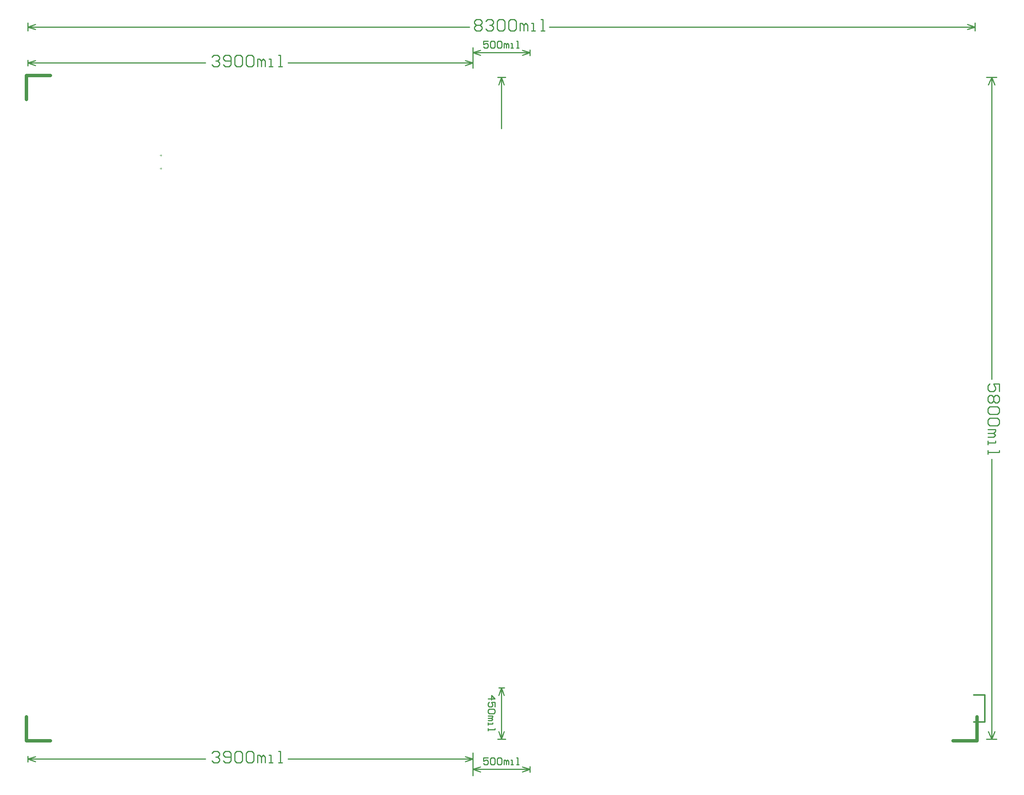
<source format=gm1>
%FSLAX25Y25*%
%MOIN*%
G70*
G01*
G75*
G04 Layer_Color=16711935*
%ADD10R,0.04331X0.05512*%
%ADD11R,0.08071X0.01772*%
%ADD12R,0.08071X0.01772*%
%ADD13R,0.05512X0.04331*%
%ADD14O,0.08000X0.01600*%
%ADD15O,0.01575X0.07480*%
%ADD16R,0.05118X0.03937*%
%ADD17R,0.03937X0.05118*%
%ADD18O,0.07480X0.01575*%
%ADD19R,0.07480X0.07087*%
%ADD20R,0.05315X0.01575*%
%ADD21R,0.06299X0.08268*%
%ADD22R,0.07480X0.07480*%
%ADD23O,0.02559X0.06693*%
%ADD24R,0.04000X0.02600*%
%ADD25R,0.05512X0.03937*%
%ADD26R,0.05906X0.05906*%
%ADD27O,0.07087X0.01575*%
%ADD28R,0.03500X0.05000*%
%ADD29R,0.05000X0.05000*%
%ADD30C,0.03000*%
%ADD31C,0.00700*%
%ADD32C,0.00800*%
%ADD33C,0.01000*%
%ADD34R,0.05906X0.05906*%
%ADD35C,0.05906*%
%ADD36C,0.04724*%
%ADD37R,0.04724X0.04724*%
%ADD38C,0.06000*%
%ADD39C,0.04000*%
%ADD40R,0.04000X0.04000*%
%ADD41R,0.05000X0.05000*%
%ADD42C,0.05000*%
%ADD43R,0.06500X0.06500*%
%ADD44C,0.06500*%
%ADD45C,0.12000*%
%ADD46C,0.14000*%
%ADD47R,0.06000X0.06000*%
%ADD48C,0.06693*%
%ADD49C,0.06299*%
%ADD50R,0.04000X0.04000*%
%ADD51C,0.15748*%
%ADD52R,0.06000X0.06000*%
%ADD53C,0.06200*%
%ADD54R,0.06200X0.06200*%
%ADD55C,0.08400*%
%ADD56C,0.10600*%
%ADD57C,0.12500*%
%ADD58C,0.00984*%
%ADD59C,0.00787*%
%ADD60C,0.01200*%
%ADD61C,0.00600*%
%ADD62R,0.04731X0.05912*%
%ADD63R,0.08471X0.02172*%
%ADD64R,0.08471X0.02172*%
%ADD65R,0.05912X0.04731*%
%ADD66O,0.08400X0.02000*%
%ADD67O,0.01975X0.07880*%
%ADD68R,0.05518X0.04337*%
%ADD69R,0.04337X0.05518*%
%ADD70O,0.07880X0.01975*%
%ADD71R,0.07880X0.07487*%
%ADD72R,0.05715X0.01975*%
%ADD73R,0.06699X0.08668*%
%ADD74R,0.07880X0.07880*%
%ADD75O,0.02959X0.07093*%
%ADD76R,0.04400X0.03000*%
%ADD77R,0.05912X0.04337*%
%ADD78R,0.06306X0.06306*%
%ADD79O,0.07487X0.01975*%
%ADD80R,0.03900X0.05400*%
%ADD81R,0.05400X0.05400*%
%ADD82R,0.06306X0.06306*%
%ADD83C,0.06306*%
%ADD84C,0.05124*%
%ADD85R,0.05124X0.05124*%
%ADD86C,0.06400*%
%ADD87C,0.04400*%
%ADD88R,0.04400X0.04400*%
%ADD89R,0.05400X0.05400*%
%ADD90C,0.05400*%
%ADD91R,0.06900X0.06900*%
%ADD92C,0.06900*%
%ADD93C,0.12400*%
%ADD94C,0.14400*%
%ADD95R,0.06400X0.06400*%
%ADD96C,0.07093*%
%ADD97C,0.06699*%
%ADD98R,0.04400X0.04400*%
%ADD99C,0.16148*%
%ADD100R,0.06400X0.06400*%
%ADD101C,0.06600*%
%ADD102R,0.06600X0.06600*%
%ADD103C,0.08800*%
%ADD104C,0.11000*%
%ADD105C,0.12900*%
%ADD106C,0.00394*%
D30*
X98500Y98500D02*
Y119500D01*
X931500Y98500D02*
Y119500D01*
X98500Y660500D02*
Y681500D01*
Y98500D02*
X119500D01*
X910500D02*
X931500D01*
X98500Y681500D02*
X119500D01*
D33*
X923313Y721771D02*
X930000Y724000D01*
X923313Y726229D02*
X930000Y724000D01*
X100000Y82500D02*
X106687Y84729D01*
X100000Y82500D02*
X106687Y80271D01*
X483313Y84729D02*
X490000Y82500D01*
X483313Y80271D02*
X490000Y82500D01*
Y73500D02*
X496687Y75729D01*
X490000Y73500D02*
X496687Y71271D01*
X533313Y75729D02*
X540000Y73500D01*
X533313Y71271D02*
X540000Y73500D01*
X515000Y145000D02*
X517229Y138313D01*
X512771D02*
X515000Y145000D01*
Y100000D02*
X517229Y106687D01*
X512771D02*
X515000Y100000D01*
X941771Y106687D02*
X944500Y100000D01*
X947229Y106687D01*
X941771Y673313D02*
X944500Y680000D01*
X947229Y673313D01*
X100000Y724000D02*
X106687Y726229D01*
X100000Y724000D02*
X106687Y721771D01*
X100000Y692500D02*
X106687Y694729D01*
X100000Y692500D02*
X106687Y690271D01*
X483313Y694729D02*
X490000Y692500D01*
X483313Y690271D02*
X490000Y692500D01*
Y701500D02*
X496687Y703729D01*
X490000Y701500D02*
X496687Y699271D01*
X533313Y703729D02*
X540000Y701500D01*
X533313Y699271D02*
X540000Y701500D01*
X100000Y80000D02*
Y85000D01*
X540000Y71000D02*
Y76000D01*
X515000Y100340D02*
Y145000D01*
X944500Y100000D02*
Y345161D01*
Y415339D02*
Y680000D01*
X930000Y720500D02*
Y727500D01*
X100000Y720500D02*
Y727500D01*
X490000Y68000D02*
Y88000D01*
X100000Y690000D02*
Y695000D01*
X540000Y699000D02*
Y704000D01*
X490000Y688000D02*
Y706000D01*
X512500Y145000D02*
X517500D01*
X511500Y100000D02*
X518500D01*
X490000Y73500D02*
X540000D01*
X100000Y82500D02*
X255661D01*
X940000Y680000D02*
X949000D01*
X940000Y100000D02*
X949000D01*
X557000Y724000D02*
X930000D01*
X100000D02*
X487000D01*
X327839Y82500D02*
X490000D01*
Y701500D02*
X540000D01*
X100000Y692500D02*
X255661D01*
X327839D02*
X490000D01*
X512771Y673313D02*
X515000Y680000D01*
X517229Y673313D01*
X515000Y635000D02*
Y680000D01*
X511500D02*
X518500D01*
X491161Y728987D02*
X492827Y730653D01*
X496160D01*
X497826Y728987D01*
Y727321D01*
X496160Y725655D01*
X497826Y723989D01*
Y722322D01*
X496160Y720656D01*
X492827D01*
X491161Y722322D01*
Y723989D01*
X492827Y725655D01*
X491161Y727321D01*
Y728987D01*
X492827Y725655D02*
X496160D01*
X501158Y728987D02*
X502824Y730653D01*
X506156D01*
X507823Y728987D01*
Y727321D01*
X506156Y725655D01*
X504490D01*
X506156D01*
X507823Y723989D01*
Y722322D01*
X506156Y720656D01*
X502824D01*
X501158Y722322D01*
X511155Y728987D02*
X512821Y730653D01*
X516153D01*
X517819Y728987D01*
Y722322D01*
X516153Y720656D01*
X512821D01*
X511155Y722322D01*
Y728987D01*
X521152D02*
X522818Y730653D01*
X526150D01*
X527816Y728987D01*
Y722322D01*
X526150Y720656D01*
X522818D01*
X521152Y722322D01*
Y728987D01*
X531148Y720656D02*
Y727321D01*
X532815D01*
X534481Y725655D01*
Y720656D01*
Y725655D01*
X536147Y727321D01*
X537813Y725655D01*
Y720656D01*
X541145D02*
X544477D01*
X542811D01*
Y727321D01*
X541145D01*
X549476Y720656D02*
X552808D01*
X551142D01*
Y730653D01*
X549476D01*
X503156Y135341D02*
X509154D01*
X506155Y138340D01*
Y134341D01*
X509154Y128343D02*
Y132342D01*
X506155D01*
X507155Y130342D01*
Y129342D01*
X506155Y128343D01*
X504156D01*
X503156Y129342D01*
Y131342D01*
X504156Y132342D01*
X508155Y126344D02*
X509154Y125344D01*
Y123345D01*
X508155Y122345D01*
X504156D01*
X503156Y123345D01*
Y125344D01*
X504156Y126344D01*
X508155D01*
X503156Y120345D02*
X507155D01*
Y119346D01*
X506155Y118346D01*
X503156D01*
X506155D01*
X507155Y117346D01*
X506155Y116347D01*
X503156D01*
Y114347D02*
Y112348D01*
Y113348D01*
X507155D01*
Y114347D01*
X503156Y109349D02*
Y107350D01*
Y108349D01*
X509154D01*
Y109349D01*
X503159Y83654D02*
X499160D01*
Y80655D01*
X501160Y81655D01*
X502159D01*
X503159Y80655D01*
Y78656D01*
X502159Y77656D01*
X500160D01*
X499160Y78656D01*
X505158Y82655D02*
X506158Y83654D01*
X508157D01*
X509157Y82655D01*
Y78656D01*
X508157Y77656D01*
X506158D01*
X505158Y78656D01*
Y82655D01*
X511157D02*
X512156Y83654D01*
X514155D01*
X515155Y82655D01*
Y78656D01*
X514155Y77656D01*
X512156D01*
X511157Y78656D01*
Y82655D01*
X517155Y77656D02*
Y81655D01*
X518154D01*
X519154Y80655D01*
Y77656D01*
Y80655D01*
X520154Y81655D01*
X521153Y80655D01*
Y77656D01*
X523153D02*
X525152D01*
X524152D01*
Y81655D01*
X523153D01*
X528151Y77656D02*
X530150D01*
X529151D01*
Y83654D01*
X528151D01*
X261161Y87487D02*
X262827Y89153D01*
X266160D01*
X267826Y87487D01*
Y85821D01*
X266160Y84155D01*
X264494D01*
X266160D01*
X267826Y82489D01*
Y80822D01*
X266160Y79156D01*
X262827D01*
X261161Y80822D01*
X271158D02*
X272824Y79156D01*
X276156D01*
X277823Y80822D01*
Y87487D01*
X276156Y89153D01*
X272824D01*
X271158Y87487D01*
Y85821D01*
X272824Y84155D01*
X277823D01*
X281155Y87487D02*
X282821Y89153D01*
X286153D01*
X287819Y87487D01*
Y80822D01*
X286153Y79156D01*
X282821D01*
X281155Y80822D01*
Y87487D01*
X291152D02*
X292818Y89153D01*
X296150D01*
X297816Y87487D01*
Y80822D01*
X296150Y79156D01*
X292818D01*
X291152Y80822D01*
Y87487D01*
X301148Y79156D02*
Y85821D01*
X302815D01*
X304481Y84155D01*
Y79156D01*
Y84155D01*
X306147Y85821D01*
X307813Y84155D01*
Y79156D01*
X311145D02*
X314477D01*
X312811D01*
Y85821D01*
X311145D01*
X319476Y79156D02*
X322808D01*
X321142D01*
Y89153D01*
X319476D01*
X951153Y404674D02*
Y411339D01*
X946155D01*
X947821Y408006D01*
Y406340D01*
X946155Y404674D01*
X942822D01*
X941156Y406340D01*
Y409673D01*
X942822Y411339D01*
X949487Y401342D02*
X951153Y399676D01*
Y396344D01*
X949487Y394677D01*
X947821D01*
X946155Y396344D01*
X944489Y394677D01*
X942822D01*
X941156Y396344D01*
Y399676D01*
X942822Y401342D01*
X944489D01*
X946155Y399676D01*
X947821Y401342D01*
X949487D01*
X946155Y399676D02*
Y396344D01*
X949487Y391345D02*
X951153Y389679D01*
Y386347D01*
X949487Y384681D01*
X942822D01*
X941156Y386347D01*
Y389679D01*
X942822Y391345D01*
X949487D01*
Y381348D02*
X951153Y379682D01*
Y376350D01*
X949487Y374684D01*
X942822D01*
X941156Y376350D01*
Y379682D01*
X942822Y381348D01*
X949487D01*
X941156Y371352D02*
X947821D01*
Y369686D01*
X946155Y368019D01*
X941156D01*
X946155D01*
X947821Y366353D01*
X946155Y364687D01*
X941156D01*
Y361355D02*
Y358023D01*
Y359689D01*
X947821D01*
Y361355D01*
X941156Y353024D02*
Y349692D01*
Y351358D01*
X951153D01*
Y353024D01*
X503159Y711654D02*
X499160D01*
Y708655D01*
X501160Y709655D01*
X502159D01*
X503159Y708655D01*
Y706656D01*
X502159Y705656D01*
X500160D01*
X499160Y706656D01*
X505158Y710655D02*
X506158Y711654D01*
X508157D01*
X509157Y710655D01*
Y706656D01*
X508157Y705656D01*
X506158D01*
X505158Y706656D01*
Y710655D01*
X511157D02*
X512156Y711654D01*
X514155D01*
X515155Y710655D01*
Y706656D01*
X514155Y705656D01*
X512156D01*
X511157Y706656D01*
Y710655D01*
X517155Y705656D02*
Y709655D01*
X518154D01*
X519154Y708655D01*
Y705656D01*
Y708655D01*
X520154Y709655D01*
X521153Y708655D01*
Y705656D01*
X523153D02*
X525152D01*
X524152D01*
Y709655D01*
X523153D01*
X528151Y705656D02*
X530150D01*
X529151D01*
Y711654D01*
X528151D01*
X261161Y697487D02*
X262827Y699153D01*
X266160D01*
X267826Y697487D01*
Y695821D01*
X266160Y694155D01*
X264494D01*
X266160D01*
X267826Y692489D01*
Y690822D01*
X266160Y689156D01*
X262827D01*
X261161Y690822D01*
X271158D02*
X272824Y689156D01*
X276156D01*
X277823Y690822D01*
Y697487D01*
X276156Y699153D01*
X272824D01*
X271158Y697487D01*
Y695821D01*
X272824Y694155D01*
X277823D01*
X281155Y697487D02*
X282821Y699153D01*
X286153D01*
X287819Y697487D01*
Y690822D01*
X286153Y689156D01*
X282821D01*
X281155Y690822D01*
Y697487D01*
X291152D02*
X292818Y699153D01*
X296150D01*
X297816Y697487D01*
Y690822D01*
X296150Y689156D01*
X292818D01*
X291152Y690822D01*
Y697487D01*
X301148Y689156D02*
Y695821D01*
X302815D01*
X304481Y694155D01*
Y689156D01*
Y694155D01*
X306147Y695821D01*
X307813Y694155D01*
Y689156D01*
X311145D02*
X314477D01*
X312811D01*
Y695821D01*
X311145D01*
X319476Y689156D02*
X322808D01*
X321142D01*
Y699153D01*
X319476D01*
D60*
X938744Y115004D02*
Y138626D01*
X928902D02*
X938744D01*
X928902Y115004D02*
X938744D01*
D106*
X215713Y600000D02*
X217287D01*
X216500Y599213D02*
Y600787D01*
X215713Y611500D02*
X217287D01*
X216500Y610713D02*
Y612287D01*
M02*

</source>
